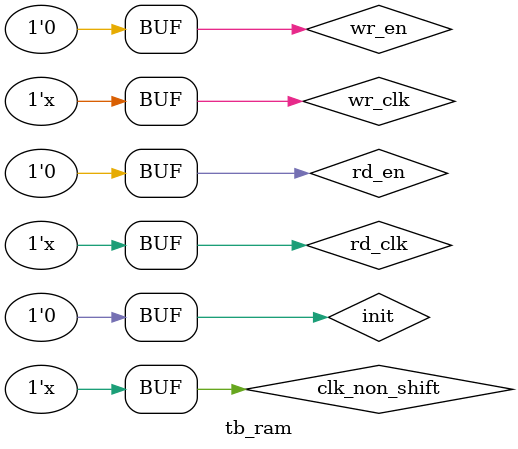
<source format=v>
`timescale 1ps / 1fs


module tb_ram(

    );
    
    //读位宽大于写位宽
    //参数定义
/*     parameter   RAM_DEPTH       = 'd64                  , //存储器深度
                RAM_ADDR_WIDTH  = 'd6                   , //读写地址宽度, 需与RAM_DEPTH匹配
                WR_WIDTH        = 'd32                  , //写数据位宽
                RD_WIDTH        = 'd64                  , //读数据位宽
                RAM_WIDTH       = 'd8                   , //RAM存储器的位宽
                WR_IND          = 'd4                   , //单次写操作访问的ram_mem单元个数
                RD_IND          = 'd8                   , //单次读操作访问的ram_mem单元个数
                WR_L2           = 'd2                   , //log2(WR_IND), 决定写地址有效数据位个数及RAM位宽
                RD_L2           = 'd3                   , //log2(RD_IND), 决定读地址有效低位
                RAM_RD2WR       = 'd2                   , //读数据位宽和写数据位宽的比, 即一次读取的RAM单元深度, RAM_RD2WR = RD_WIDTH/WR_WIDTH, 当读位宽小于等于写位宽时, 值为1
                RAM_RD_WIDTH    = RAM_WIDTH * RAM_RD2WR , //每个双端口RAM模块的读出数据位宽
                RAMS_RD_WIDTH   = WR_WIDTH * RAM_RD2WR  ; //多个RAM构成的RAM组合单次读出的数据位宽, 是写位宽的整数倍 */

    //参数定义
    //读位宽等于写位宽
/*     parameter   RAM_DEPTH       = 'd64                  , //存储器深度
                RAM_ADDR_WIDTH  = 'd6                   , //读写地址宽度, 需与RAM_DEPTH匹配
                WR_WIDTH        = 'd32                  , //写数据位宽
                RD_WIDTH        = 'd32                  , //读数据位宽
                RAM_WIDTH       = 'd8                   , //RAM存储器的位宽
                WR_IND          = 'd4                   , //单次写操作访问的ram_mem单元个数
                RD_IND          = 'd4                   , //单次读操作访问的ram_mem单元个数
                WR_L2           = 'd2                   , //log2(WR_IND), 决定写地址有效数据位个数及RAM位宽
                RD_L2           = 'd2                   , //log2(RD_IND), 决定读地址有效低位
                RAM_RD2WR       = 'd1                   , //读数据位宽和写数据位宽的比, 即一次读取的RAM单元深度, RAM_RD2WR = RD_WIDTH/WR_WIDTH, 当读位宽小于等于写位宽时, 值为1
                RAM_RD_WIDTH    = RAM_WIDTH * RAM_RD2WR , //每个双端口RAM模块的读出数据位宽
                RAMS_RD_WIDTH   = WR_WIDTH * RAM_RD2WR  ; //多个RAM构成的RAM组合单次读出的数据位宽, 是写位宽的整数倍  */

    //参数定义
    //读位宽小于写位宽
    parameter   RAM_DEPTH       = 'd64                  , //存储器深度
                RAM_ADDR_WIDTH  = 'd6                   , //读写地址宽度, 需与RAM_DEPTH匹配
                WR_WIDTH        = 'd32                  , //写数据位宽
                RD_WIDTH        = 'd16                  , //读数据位宽
                RAM_WIDTH       = 'd8                   , //RAM存储器的位宽
                WR_IND          = 'd4                   , //单次写操作访问的ram_mem单元个数
                RD_IND          = 'd2                   , //单次读操作访问的ram_mem单元个数
                WR_L2           = 'd2                   , //log2(WR_IND), 决定写地址有效数据位个数及RAM位宽
                RD_L2           = 'd1                   , //log2(RD_IND), 决定读地址有效低位
                RAM_RD2WR       = 'd1                   , //读数据位宽和写数据位宽的比, 即一次读取的RAM单元深度, RAM_RD2WR = RD_WIDTH/WR_WIDTH, 当读位宽小于等于写位宽时, 值为1
                RAM_RD_WIDTH    = RAM_WIDTH * RAM_RD2WR , //每个双端口RAM模块的读出数据位宽
                RAMS_RD_WIDTH   = WR_WIDTH * RAM_RD2WR  ; //多个RAM构成的RAM组合单次读出的数据位宽, 是写位宽的整数倍 
    
    //DUT输入输出变量
    //写端口
    reg                        wr_clk      ;
    reg                        wr_en       ; //写使能
    reg [RAM_ADDR_WIDTH-1:0]   wr_addr     ; //写地址
    reg [WR_WIDTH-1:0]         wr_data     ; //写数据
    
    //读端口
    wire                       rd_clk      ;
    reg [RAM_ADDR_WIDTH-1:0]   rd_addr     ; //读地址
    wire[RD_WIDTH-1:0]         rd_data     ; //读数据   
    
    //辅助变量
    reg                        clk_non_shift; //辅助产生相位偏移时钟
    reg                        init         ; //初始化标记
    reg                        rd_en        ; //读标记,实际上RAM并没有读使能信号,使用该信号是为了控制读地址自增
    
    
    
    initial begin
        wr_clk = 1'b1;
        clk_non_shift = 1'b1;
        wr_en <= 1'b0;
        rd_en <= 1'b0;
        init <= 1'b1;
    #20000
        init <= 1'b0;
    #35000
        wr_en <= 1'b1;  //开始写
    #(6250*16)
        wr_en <= 1'b0;
        rd_en <= 1'b1;  //开始读
    #(5000*19)
        rd_en <= 1'b0;
    end
    
    //wr_clk
    //160MHz
    always#3125 wr_clk = ~wr_clk;  
    
    //clk_non_shift
    //100MHz
    always#5000 clk_non_shift = ~clk_non_shift;
    
    
    //rd_clk是clk_non_shift的相移, 100MHz
    assign #2500 rd_clk = clk_non_shift;
    
    //wr_data从0开始自增
    always@(posedge wr_clk) begin
        if(init) begin
            wr_data <= 'd0;
        end else if(wr_en) begin
            wr_data <= wr_data + 'd1;
        end else begin
            wr_data <= wr_data;
        end
    end
    
    //每进行一次写,地址自增WR_IND
    //wr_addr
    always@(posedge wr_clk) begin
        if(init) begin
            wr_addr <= 'd0;
        end else if(wr_en) begin
            wr_addr <= wr_addr + WR_IND;
        end else begin
            wr_addr <= wr_addr;
        end
    end
  
    //每进行一次读,地址自增RD_IND
    //rd_addr
    always@(posedge rd_clk) begin
        if(init) begin
            rd_addr <= 'd0;
        end else if(rd_en) begin
            rd_addr <= rd_addr + RD_IND;
        end else begin
            rd_addr <= rd_addr;
        end
    end  
    
    ram
    #(.RAM_DEPTH      (RAM_DEPTH      ), 
      .RAM_ADDR_WIDTH (RAM_ADDR_WIDTH ), 
      .WR_WIDTH       (WR_WIDTH       ), 
      .RD_WIDTH       (RD_WIDTH       ), 
      .RAM_WIDTH      (RAM_WIDTH      ), 
      .WR_IND         (WR_IND         ), 
      .RD_IND         (RD_IND         ),
      .WR_L2          (WR_L2          ), 
      .RD_L2          (RD_L2          ), 
      .RAM_RD2WR      (RAM_RD2WR      ), 
      .RAM_RD_WIDTH   (RAM_RD_WIDTH   ), 
      .RAMS_RD_WIDTH  (RAMS_RD_WIDTH  )  
    )
    ram_inst
    (
        //写端口
        .wr_clk      (wr_clk      ),
        .wr_en       (wr_en       ), 
        .wr_addr     (wr_addr     ), 
        .wr_data     (wr_data     ), 
        
        //读端口
        .rd_clk      (rd_clk      ),
        .rd_addr     (rd_addr     ), 
        .rd_data     (rd_data     )         
    );
endmodule

</source>
